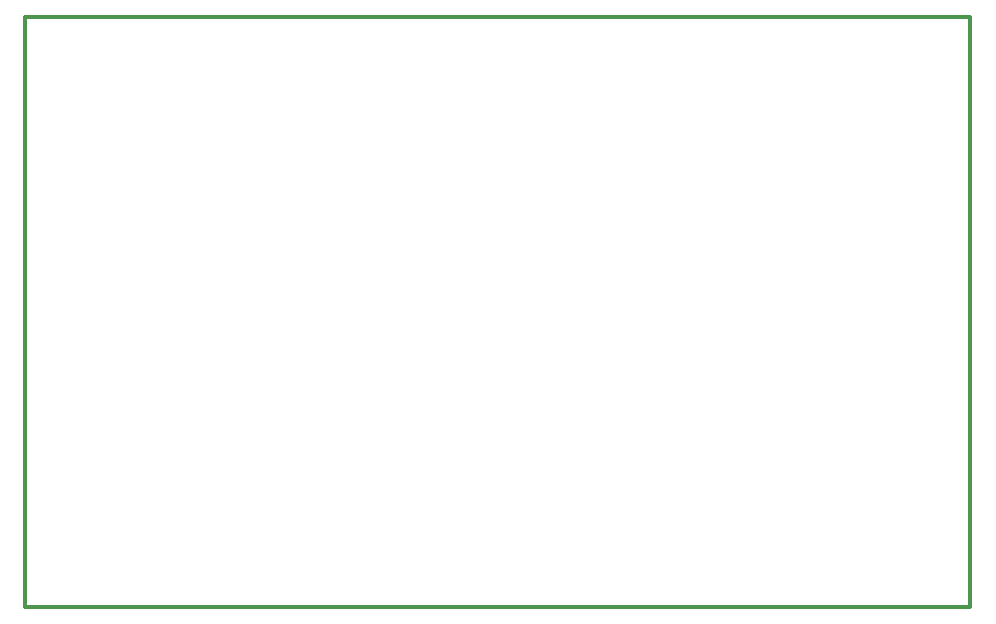
<source format=gm1>
G04*
G04 #@! TF.GenerationSoftware,Altium Limited,Altium Designer,18.0.11 (651)*
G04*
G04 Layer_Color=16711935*
%FSLAX44Y44*%
%MOMM*%
G71*
G01*
G75*
%ADD11C,0.3000*%
D11*
X0Y500000D02*
X800000D01*
Y0D02*
Y500000D01*
X0Y0D02*
X800000D01*
X0D02*
Y500000D01*
M02*

</source>
